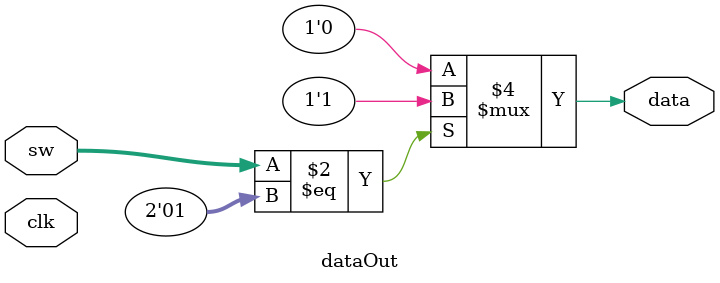
<source format=sv>
`timescale 1ns / 1ps


module dataOut(
    input clk,
    input logic [1:0] sw,
    output logic data
    );
    
    
    always @(sw)
    begin 
        if(sw == 1)
            data <= 1; // arbitrary number to detect in arduino
        else
            data <= 0;        
    end
endmodule

</source>
